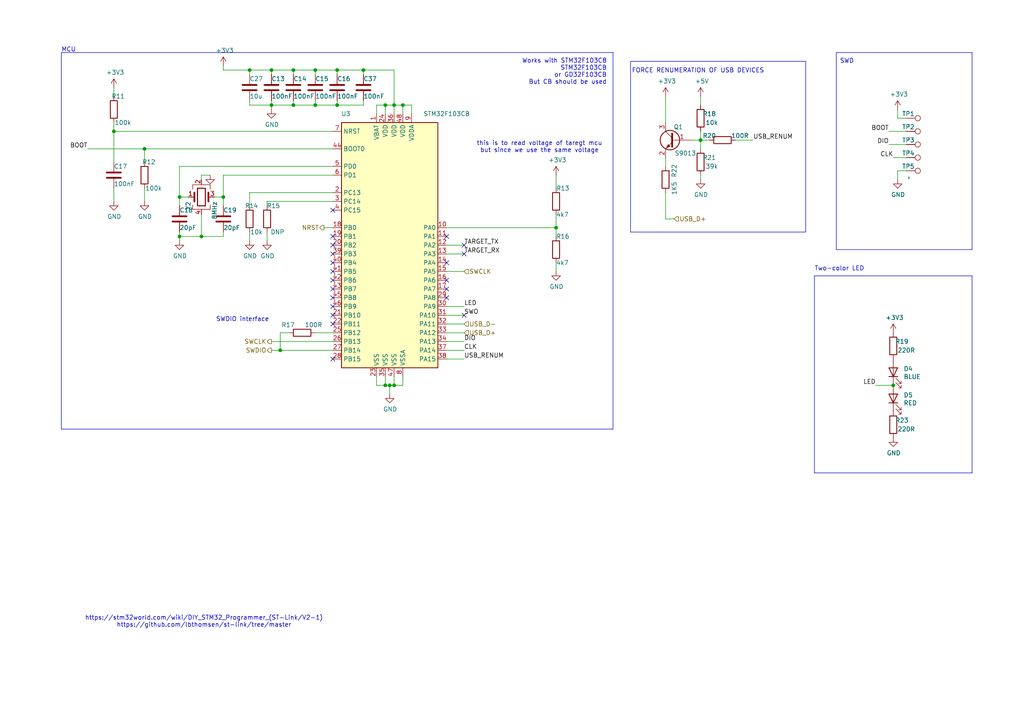
<source format=kicad_sch>
(kicad_sch (version 20231120) (generator "eeschema") (generator_version "8.0")
  (paper "A4")
  (title_block (title "STLNIK v2") (date "2025-01-10") (rev "1.0") (company "Patryk Dudziński"))
  (lib_symbols
    (symbol "Connector:TestPoint" (pin_numbers hide) (pin_names (offset 0.762) hide)
      (property "Reference" "TP" (at 0 6.858 0))
      (property "Value" "TestPoint" (at 0 5.08 0))
      (symbol "TestPoint_0_1"
        (circle (center 0 3.302) (radius 0.762))
      )
      (symbol "TestPoint_1_1"
        (pin passive line (at 0 0 90) (length 2.54) (name "1") (number "1"))
      )
    )
    (symbol "Device:C" (pin_numbers hide) (pin_names (offset 0.254))
      (property "Reference" "C" (at 0.635 2.54 0))
      (property "Value" "C" (at 0.635 -2.54 0))
      (symbol "C_0_1"
        (polyline (pts (xy -2.032 -0.762) (xy 2.032 -0.762)) (stroke (width 0.508)))
        (polyline (pts (xy -2.032 0.762) (xy 2.032 0.762)) (stroke (width 0.508)))
      )
      (symbol "C_1_1"
        (pin passive line (at 0 3.81 270) (length 2.794) (name "~") (number "1"))
        (pin passive line (at 0 -3.81 90) (length 2.794) (name "~") (number "2"))
      )
    )
    (symbol "Device:Crystal_GND24" (pin_names (offset 1.016) hide)
      (property "Reference" "Y" (at 3.175 5.08 0))
      (property "Value" "Crystal_GND24" (at 3.175 3.175 0))
      (symbol "Crystal_GND24_0_1"
        (rectangle (start -1.143 2.54) (end 1.143 -2.54) (stroke (width 0.3048)))
        (polyline (pts (xy -2.54 0) (xy -2.032 0)))
        (polyline (pts (xy -2.032 -1.27) (xy -2.032 1.27)) (stroke (width 0.508)))
        (polyline (pts (xy 0 -3.81) (xy 0 -3.556)))
        (polyline (pts (xy 0 3.556) (xy 0 3.81)))
        (polyline (pts (xy 2.032 -1.27) (xy 2.032 1.27)) (stroke (width 0.508)))
        (polyline (pts (xy 2.032 0) (xy 2.54 0)))
        (polyline (pts (xy -2.54 -2.286) (xy -2.54 -3.556) (xy 2.54 -3.556) (xy 2.54 -2.286)))
        (polyline (pts (xy -2.54 2.286) (xy -2.54 3.556) (xy 2.54 3.556) (xy 2.54 2.286)))
      )
      (symbol "Crystal_GND24_1_1"
        (pin passive line (at -3.81 0 0) (length 1.27) (name "1") (number "1"))
        (pin passive line (at 0 5.08 270) (length 1.27) (name "2") (number "2"))
        (pin passive line (at 3.81 0 180) (length 1.27) (name "3") (number "3"))
        (pin passive line (at 0 -5.08 90) (length 1.27) (name "4") (number "4"))
      )
    )
    (symbol "Device:LED" (pin_numbers hide) (pin_names (offset 1.016) hide)
      (property "Reference" "D" (at 0 2.54 0))
      (property "Value" "LED" (at 0 -2.54 0))
      (symbol "LED_0_1"
        (polyline (pts (xy -1.27 -1.27) (xy -1.27 1.27)) (stroke (width 0.254)))
        (polyline (pts (xy -1.27 0) (xy 1.27 0)))
        (polyline (pts (xy 1.27 -1.27) (xy 1.27 1.27) (xy -1.27 0) (xy 1.27 -1.27)) (stroke (width 0.254)))
        (polyline (pts (xy -3.048 -0.762) (xy -4.572 -2.286) (xy -3.81 -2.286) (xy -4.572 -2.286) (xy -4.572 -1.524)))
        (polyline (pts (xy -1.778 -0.762) (xy -3.302 -2.286) (xy -2.54 -2.286) (xy -3.302 -2.286) (xy -3.302 -1.524)))
      )
      (symbol "LED_1_1"
        (pin passive line (at -3.81 0 0) (length 2.54) (name "K") (number "1"))
        (pin passive line (at 3.81 0 180) (length 2.54) (name "A") (number "2"))
      )
    )
    (symbol "Device:Q_NPN_BEC" (pin_names (offset 0) hide)
      (property "Reference" "Q" (at 5.08 1.27 0))
      (property "Value" "Q_NPN_BEC" (at 5.08 -1.27 0))
      (symbol "Q_NPN_BEC_0_1"
        (polyline (pts (xy 0.635 0.635) (xy 2.54 2.54)))
        (polyline (pts (xy 0.635 -0.635) (xy 2.54 -2.54) (xy 2.54 -2.54)))
        (polyline (pts (xy 0.635 1.905) (xy 0.635 -1.905) (xy 0.635 -1.905)) (stroke (width 0.508)))
        (polyline (pts (xy 1.27 -1.778) (xy 1.778 -1.27) (xy 2.286 -2.286) (xy 1.27 -1.778) (xy 1.27 -1.778)) (fill (type outline)))
        (circle (center 1.27 0) (radius 2.8194) (stroke (width 0.254)))
      )
      (symbol "Q_NPN_BEC_1_1"
        (pin input line (at -5.08 0 0) (length 5.715) (name "B") (number "1"))
        (pin passive line (at 2.54 -5.08 90) (length 2.54) (name "E") (number "2"))
        (pin passive line (at 2.54 5.08 270) (length 2.54) (name "C") (number "3"))
      )
    )
    (symbol "Device:R" (pin_numbers hide) (pin_names (offset 0))
      (property "Reference" "R" (at 2.032 0 90))
      (property "Value" "R" (at 0 0 90))
      (symbol "R_0_1"
        (rectangle (start -1.016 -2.54) (end 1.016 2.54) (stroke (width 0.254)))
      )
      (symbol "R_1_1"
        (pin passive line (at 0 3.81 270) (length 1.27) (name "~") (number "1"))
        (pin passive line (at 0 -3.81 90) (length 1.27) (name "~") (number "2"))
      )
    )
    (symbol "MCU_ST_STM32F1:STM32F103C8Tx"
      (property "Reference" "U" (at -15.24 36.83 0))
      (property "Value" "STM32F103C8Tx" (at 7.62 36.83 0))
      (symbol "STM32F103C8Tx_0_1"
        (rectangle (start -15.24 -35.56) (end 12.7 35.56) (stroke (width 0.254)) (fill (type background)))
      )
      (symbol "STM32F103C8Tx_1_1"
        (pin power_in line (at -5.08 38.1 270) (length 2.54) (name "VBAT") (number "1"))
        (pin bidirectional line (at 15.24 5.08 180) (length 2.54) (name "PA0") (number "10"))
        (pin bidirectional line (at 15.24 2.54 180) (length 2.54) (name "PA1") (number "11"))
        (pin bidirectional line (at 15.24 0 180) (length 2.54) (name "PA2") (number "12"))
        (pin bidirectional line (at 15.24 -2.54 180) (length 2.54) (name "PA3") (number "13"))
        (pin bidirectional line (at 15.24 -5.08 180) (length 2.54) (name "PA4") (number "14"))
        (pin bidirectional line (at 15.24 -7.62 180) (length 2.54) (name "PA5") (number "15"))
        (pin bidirectional line (at 15.24 -10.16 180) (length 2.54) (name "PA6") (number "16"))
        (pin bidirectional line (at 15.24 -12.7 180) (length 2.54) (name "PA7") (number "17"))
        (pin bidirectional line (at -17.78 5.08 0) (length 2.54) (name "PB0") (number "18"))
        (pin bidirectional line (at -17.78 2.54 0) (length 2.54) (name "PB1") (number "19"))
        (pin bidirectional line (at -17.78 15.24 0) (length 2.54) (name "PC13") (number "2"))
        (pin bidirectional line (at -17.78 0 0) (length 2.54) (name "PB2") (number "20"))
        (pin bidirectional line (at -17.78 -20.32 0) (length 2.54) (name "PB10") (number "21"))
        (pin bidirectional line (at -17.78 -22.86 0) (length 2.54) (name "PB11") (number "22"))
        (pin power_in line (at -5.08 -38.1 90) (length 2.54) (name "VSS") (number "23"))
        (pin power_in line (at -2.54 38.1 270) (length 2.54) (name "VDD") (number "24"))
        (pin bidirectional line (at -17.78 -25.4 0) (length 2.54) (name "PB12") (number "25"))
        (pin bidirectional line (at -17.78 -27.94 0) (length 2.54) (name "PB13") (number "26"))
        (pin bidirectional line (at -17.78 -30.48 0) (length 2.54) (name "PB14") (number "27"))
        (pin bidirectional line (at -17.78 -33.02 0) (length 2.54) (name "PB15") (number "28"))
        (pin bidirectional line (at 15.24 -15.24 180) (length 2.54) (name "PA8") (number "29"))
        (pin bidirectional line (at -17.78 12.7 0) (length 2.54) (name "PC14") (number "3"))
        (pin bidirectional line (at 15.24 -17.78 180) (length 2.54) (name "PA9") (number "30"))
        (pin bidirectional line (at 15.24 -20.32 180) (length 2.54) (name "PA10") (number "31"))
        (pin bidirectional line (at 15.24 -22.86 180) (length 2.54) (name "PA11") (number "32"))
        (pin bidirectional line (at 15.24 -25.4 180) (length 2.54) (name "PA12") (number "33"))
        (pin bidirectional line (at 15.24 -27.94 180) (length 2.54) (name "PA13") (number "34"))
        (pin power_in line (at -2.54 -38.1 90) (length 2.54) (name "VSS") (number "35"))
        (pin power_in line (at 0 38.1 270) (length 2.54) (name "VDD") (number "36"))
        (pin bidirectional line (at 15.24 -30.48 180) (length 2.54) (name "PA14") (number "37"))
        (pin bidirectional line (at 15.24 -33.02 180) (length 2.54) (name "PA15") (number "38"))
        (pin bidirectional line (at -17.78 -2.54 0) (length 2.54) (name "PB3") (number "39"))
        (pin bidirectional line (at -17.78 10.16 0) (length 2.54) (name "PC15") (number "4"))
        (pin bidirectional line (at -17.78 -5.08 0) (length 2.54) (name "PB4") (number "40"))
        (pin bidirectional line (at -17.78 -7.62 0) (length 2.54) (name "PB5") (number "41"))
        (pin bidirectional line (at -17.78 -10.16 0) (length 2.54) (name "PB6") (number "42"))
        (pin bidirectional line (at -17.78 -12.7 0) (length 2.54) (name "PB7") (number "43"))
        (pin input line (at -17.78 27.94 0) (length 2.54) (name "BOOT0") (number "44"))
        (pin bidirectional line (at -17.78 -15.24 0) (length 2.54) (name "PB8") (number "45"))
        (pin bidirectional line (at -17.78 -17.78 0) (length 2.54) (name "PB9") (number "46"))
        (pin power_in line (at 0 -38.1 90) (length 2.54) (name "VSS") (number "47"))
        (pin power_in line (at 2.54 38.1 270) (length 2.54) (name "VDD") (number "48"))
        (pin input line (at -17.78 22.86 0) (length 2.54) (name "PD0") (number "5"))
        (pin input line (at -17.78 20.32 0) (length 2.54) (name "PD1") (number "6"))
        (pin input line (at -17.78 33.02 0) (length 2.54) (name "NRST") (number "7"))
        (pin power_in line (at 2.54 -38.1 90) (length 2.54) (name "VSSA") (number "8"))
        (pin power_in line (at 5.08 38.1 270) (length 2.54) (name "VDDA") (number "9"))
      )
    )
    (symbol "power:+3V3" (power) (pin_names (offset 0))
      (property "Value" "+3V3" (at 0 3.556 0))
      (symbol "+3V3_0_1"
        (polyline (pts (xy -0.762 1.27) (xy 0 2.54)))
        (polyline (pts (xy 0 0) (xy 0 2.54)))
        (polyline (pts (xy 0 2.54) (xy 0.762 1.27)))
      )
      (symbol "+3V3_1_1"
        (pin power_in line (at 0 0 90) (length 0) hide (name "+3V3") (number "1"))
      )
    )
    (symbol "power:+5V" (power) (pin_numbers hide) (pin_names (offset 0) hide)
      (property "Value" "+5V" (at 0 3.556 0))
      (symbol "+5V_0_1"
        (polyline (pts (xy -0.762 1.27) (xy 0 2.54)))
        (polyline (pts (xy 0 0) (xy 0 2.54)))
        (polyline (pts (xy 0 2.54) (xy 0.762 1.27)))
      )
      (symbol "+5V_1_1"
        (pin power_in line (at 0 0 90) (length 0) (name "~") (number "1"))
      )
    )
    (symbol "power:GND" (power) (pin_names (offset 0))
      (property "Value" "GND" (at 0 -3.81 0))
      (symbol "GND_0_1"
        (polyline (pts (xy 0 0) (xy 0 -1.27) (xy 1.27 -1.27) (xy 0 -2.54) (xy -1.27 -1.27) (xy 0 -1.27)))
      )
      (symbol "GND_1_1"
        (pin power_in line (at 0 0 270) (length 0) hide (name "GND") (number "1"))
      )
    )
  )
  (junction (at 33.02 38.1))
  (junction (at 105.41 20.32))
  (junction (at 97.79 20.32))
  (junction (at 41.91 43.18))
  (junction (at 116.84 30.48))
  (junction (at 91.44 30.48))
  (junction (at 91.44 20.32))
  (junction (at 52.07 57.15))
  (junction (at 52.07 68.58))
  (junction (at 78.74 20.32))
  (junction (at 203.2 40.64))
  (junction (at 113.03 111.76))
  (junction (at 64.77 57.15))
  (junction (at 259.08 111.76))
  (junction (at 78.74 30.48))
  (junction (at 111.76 111.76))
  (junction (at 97.79 30.48))
  (junction (at 114.3 30.48))
  (junction (at 111.76 30.48))
  (junction (at 85.09 30.48))
  (junction (at 85.09 20.32))
  (junction (at 81.28 101.6))
  (junction (at 58.42 68.58))
  (junction (at 161.29 66.04))
  (junction (at 72.39 20.32))
  (junction (at 114.3 111.76))
  (no_connect (at 96.52 76.2))
  (no_connect (at 96.52 83.82))
  (no_connect (at 96.52 91.44))
  (no_connect (at 129.54 86.36))
  (no_connect (at 96.52 60.96))
  (no_connect (at 134.62 71.12))
  (no_connect (at 96.52 81.28))
  (no_connect (at 134.62 91.44))
  (no_connect (at 129.54 83.82))
  (no_connect (at 129.54 76.2))
  (no_connect (at 96.52 78.74))
  (no_connect (at 96.52 104.14))
  (no_connect (at 96.52 71.12))
  (no_connect (at 129.54 81.28))
  (no_connect (at 129.54 68.58))
  (no_connect (at 96.52 93.98))
  (no_connect (at 134.62 73.66))
  (no_connect (at 96.52 88.9))
  (no_connect (at 96.52 86.36))
  (no_connect (at 96.52 68.58))
  (no_connect (at 96.52 73.66))
  (wire (pts (xy 105.41 29.21) (xy 105.41 30.48)))
  (wire (pts (xy 111.76 30.48) (xy 114.3 30.48)))
  (polyline (pts (xy 281.94 80.01) (xy 281.94 137.16)))
  (wire (pts (xy 64.77 50.8) (xy 64.77 57.15)))
  (wire (pts (xy 77.47 58.42) (xy 77.47 59.69)))
  (wire (pts (xy 116.84 30.48) (xy 119.38 30.48)))
  (wire (pts (xy 85.09 29.21) (xy 85.09 30.48)))
  (wire (pts (xy 116.84 33.02) (xy 116.84 30.48)))
  (wire (pts (xy 96.52 38.1) (xy 33.02 38.1)))
  (wire (pts (xy 91.44 30.48) (xy 85.09 30.48)))
  (wire (pts (xy 129.54 91.44) (xy 134.62 91.44)))
  (polyline (pts (xy 17.78 15.24) (xy 177.8 15.24)))
  (wire (pts (xy 72.39 55.88) (xy 72.39 59.69)))
  (wire (pts (xy 129.54 66.04) (xy 161.29 66.04)))
  (wire (pts (xy 78.74 29.21) (xy 78.74 30.48)))
  (polyline (pts (xy 242.57 15.24) (xy 281.94 15.24)))
  (wire (pts (xy 52.07 67.31) (xy 52.07 68.58)))
  (wire (pts (xy 203.2 27.94) (xy 203.2 30.48)))
  (wire (pts (xy 114.3 30.48) (xy 116.84 30.48)))
  (wire (pts (xy 111.76 111.76) (xy 113.03 111.76)))
  (wire (pts (xy 81.28 96.52) (xy 81.28 101.6)))
  (wire (pts (xy 97.79 29.21) (xy 97.79 30.48)))
  (wire (pts (xy 134.62 99.06) (xy 129.54 99.06)))
  (wire (pts (xy 203.2 40.64) (xy 200.66 40.64)))
  (wire (pts (xy 205.74 40.64) (xy 203.2 40.64)))
  (wire (pts (xy 113.03 111.76) (xy 114.3 111.76)))
  (wire (pts (xy 109.22 109.22) (xy 109.22 111.76)))
  (wire (pts (xy 260.35 34.29) (xy 262.89 34.29)))
  (polyline (pts (xy 177.8 15.24) (xy 177.8 124.46)))
  (wire (pts (xy 72.39 55.88) (xy 96.52 55.88)))
  (wire (pts (xy 78.74 21.59) (xy 78.74 20.32)))
  (wire (pts (xy 58.42 50.8) (xy 58.42 52.07)))
  (wire (pts (xy 54.61 57.15) (xy 52.07 57.15)))
  (wire (pts (xy 114.3 20.32) (xy 114.3 30.48)))
  (polyline (pts (xy 177.8 124.46) (xy 17.78 124.46)))
  (wire (pts (xy 259.08 45.72) (xy 262.89 45.72)))
  (wire (pts (xy 134.62 88.9) (xy 129.54 88.9)))
  (wire (pts (xy 129.54 78.74) (xy 134.62 78.74)))
  (wire (pts (xy 33.02 25.4) (xy 33.02 27.94)))
  (wire (pts (xy 114.3 33.02) (xy 114.3 30.48)))
  (wire (pts (xy 64.77 67.31) (xy 64.77 68.58)))
  (wire (pts (xy 97.79 20.32) (xy 105.41 20.32)))
  (wire (pts (xy 218.44 40.64) (xy 213.36 40.64)))
  (polyline (pts (xy 281.94 137.16) (xy 236.22 137.16)))
  (wire (pts (xy 161.29 54.61) (xy 161.29 50.8)))
  (wire (pts (xy 97.79 21.59) (xy 97.79 20.32)))
  (wire (pts (xy 52.07 57.15) (xy 52.07 59.69)))
  (wire (pts (xy 58.42 62.23) (xy 58.42 68.58)))
  (polyline (pts (xy 281.94 15.24) (xy 281.94 72.39)))
  (wire (pts (xy 85.09 20.32) (xy 78.74 20.32)))
  (wire (pts (xy 203.2 43.18) (xy 203.2 40.64)))
  (wire (pts (xy 116.84 111.76) (xy 116.84 109.22)))
  (wire (pts (xy 134.62 93.98) (xy 129.54 93.98)))
  (wire (pts (xy 83.82 96.52) (xy 81.28 96.52)))
  (wire (pts (xy 93.98 66.04) (xy 96.52 66.04)))
  (wire (pts (xy 91.44 21.59) (xy 91.44 20.32)))
  (wire (pts (xy 193.04 45.72) (xy 193.04 48.26)))
  (polyline (pts (xy 17.78 124.46) (xy 17.78 15.24)))
  (wire (pts (xy 109.22 111.76) (xy 111.76 111.76)))
  (wire (pts (xy 114.3 109.22) (xy 114.3 111.76)))
  (wire (pts (xy 257.81 41.91) (xy 262.89 41.91)))
  (wire (pts (xy 114.3 111.76) (xy 116.84 111.76)))
  (wire (pts (xy 72.39 20.32) (xy 78.74 20.32)))
  (wire (pts (xy 33.02 38.1) (xy 33.02 46.99)))
  (wire (pts (xy 161.29 66.04) (xy 161.29 68.58)))
  (wire (pts (xy 72.39 30.48) (xy 78.74 30.48)))
  (wire (pts (xy 203.2 50.8) (xy 203.2 52.07)))
  (wire (pts (xy 41.91 43.18) (xy 25.4 43.18)))
  (wire (pts (xy 96.52 58.42) (xy 77.47 58.42)))
  (wire (pts (xy 97.79 30.48) (xy 91.44 30.48)))
  (wire (pts (xy 97.79 20.32) (xy 91.44 20.32)))
  (wire (pts (xy 58.42 68.58) (xy 52.07 68.58)))
  (polyline (pts (xy 281.94 72.39) (xy 242.57 72.39)))
  (wire (pts (xy 91.44 29.21) (xy 91.44 30.48)))
  (wire (pts (xy 105.41 20.32) (xy 114.3 20.32)))
  (wire (pts (xy 161.29 76.2) (xy 161.29 78.74)))
  (wire (pts (xy 33.02 38.1) (xy 33.02 35.56)))
  (wire (pts (xy 77.47 67.31) (xy 77.47 69.85)))
  (wire (pts (xy 41.91 58.42) (xy 41.91 54.61)))
  (wire (pts (xy 109.22 30.48) (xy 111.76 30.48)))
  (wire (pts (xy 72.39 29.21) (xy 72.39 30.48)))
  (wire (pts (xy 33.02 58.42) (xy 33.02 54.61)))
  (wire (pts (xy 72.39 67.31) (xy 72.39 69.85)))
  (wire (pts (xy 64.77 68.58) (xy 58.42 68.58)))
  (wire (pts (xy 52.07 48.26) (xy 52.07 57.15)))
  (wire (pts (xy 193.04 63.5) (xy 195.58 63.5)))
  (wire (pts (xy 64.77 57.15) (xy 64.77 59.69)))
  (polyline (pts (xy 236.22 137.16) (xy 236.22 80.01)))
  (polyline (pts (xy 236.22 80.01) (xy 281.94 80.01)))
  (wire (pts (xy 109.22 33.02) (xy 109.22 30.48)))
  (wire (pts (xy 119.38 30.48) (xy 119.38 33.02)))
  (wire (pts (xy 113.03 111.76) (xy 113.03 114.3)))
  (wire (pts (xy 62.23 57.15) (xy 64.77 57.15)))
  (wire (pts (xy 111.76 33.02) (xy 111.76 30.48)))
  (wire (pts (xy 52.07 68.58) (xy 52.07 69.85)))
  (wire (pts (xy 85.09 30.48) (xy 78.74 30.48)))
  (wire (pts (xy 129.54 96.52) (xy 134.62 96.52)))
  (polyline (pts (xy 242.57 72.39) (xy 242.57 15.24)))
  (wire (pts (xy 257.81 38.1) (xy 262.89 38.1)))
  (wire (pts (xy 96.52 48.26) (xy 52.07 48.26)))
  (wire (pts (xy 60.96 50.8) (xy 58.42 50.8)))
  (wire (pts (xy 64.77 20.32) (xy 72.39 20.32)))
  (wire (pts (xy 260.35 49.53) (xy 260.35 52.07)))
  (wire (pts (xy 91.44 20.32) (xy 85.09 20.32)))
  (wire (pts (xy 96.52 99.06) (xy 78.74 99.06)))
  (wire (pts (xy 203.2 38.1) (xy 203.2 40.64)))
  (wire (pts (xy 41.91 43.18) (xy 96.52 43.18)))
  (wire (pts (xy 72.39 20.32) (xy 72.39 21.59)))
  (wire (pts (xy 193.04 27.94) (xy 193.04 35.56)))
  (wire (pts (xy 64.77 20.32) (xy 64.77 19.05)))
  (wire (pts (xy 111.76 109.22) (xy 111.76 111.76)))
  (wire (pts (xy 134.62 104.14) (xy 129.54 104.14)))
  (wire (pts (xy 262.89 49.53) (xy 260.35 49.53)))
  (wire (pts (xy 96.52 101.6) (xy 81.28 101.6)))
  (wire (pts (xy 96.52 50.8) (xy 64.77 50.8)))
  (wire (pts (xy 161.29 66.04) (xy 161.29 62.23)))
  (wire (pts (xy 134.62 71.12) (xy 129.54 71.12)))
  (wire (pts (xy 193.04 55.88) (xy 193.04 63.5)))
  (wire (pts (xy 78.74 30.48) (xy 78.74 31.75)))
  (wire (pts (xy 41.91 46.99) (xy 41.91 43.18)))
  (wire (pts (xy 85.09 21.59) (xy 85.09 20.32)))
  (wire (pts (xy 97.79 30.48) (xy 105.41 30.48)))
  (wire (pts (xy 260.35 31.75) (xy 260.35 34.29)))
  (wire (pts (xy 81.28 101.6) (xy 78.74 101.6)))
  (wire (pts (xy 259.08 111.76) (xy 254 111.76)))
  (wire (pts (xy 134.62 101.6) (xy 129.54 101.6)))
  (wire (pts (xy 105.41 20.32) (xy 105.41 21.59)))
  (wire (pts (xy 129.54 73.66) (xy 134.62 73.66)))
  (wire (pts (xy 96.52 96.52) (xy 91.44 96.52)))
  (rectangle (start 182.88 17.78) (end 233.68 67.31))
  (text "this is to read voltage of taregt mcu\nbut since we use the same voltage" (at 156.464 42.672 0) (effects (font (size 1.27 1.27))))
  (text "https://stm32world.com/wiki/DIY_STM32_Programmer_(ST-Link/V2-1)\nhttps://github.com/lbthomsen/st-link/tree/master" (at 59.182 180.34 0) (effects (font (size 1.27 1.27))))
  (text "SWDIO interface" (at 70.358 92.71 0) (effects (font (size 1.27 1.27))))
  (text "Works with STM32F103C8\nSTM32F103CB\nor GD32F103CB\nBut CB should be used" (at 176.022 17.018 0) (effects (font (size 1.27 1.27)) (justify right top)))
  (text "FORCE RENUMERATION OF USB DEVICES" (at 202.438 20.574 0) (effects (font (size 1.27 1.27))))
  (text "MCU" (at 17.78 15.24 0) (effects (font (size 1.27 1.27)) (justify left bottom)))
  (text "Two-color LED" (at 236.22 78.74 0) (effects (font (size 1.27 1.27)) (justify left bottom)))
  (text "SWD\n" (at 243.586 18.542 0) (effects (font (size 1.27 1.27)) (justify left bottom)))
  (label "TARGET_TX" (at 134.62 71.12 0))
  (label "LED" (at 254 111.76 180))
  (label "LED" (at 134.62 88.9 0))
  (label "CLK" (at 259.08 45.72 180))
  (label "CLK" (at 134.62 101.6 0))
  (label "USB_RENUM" (at 218.44 40.64 0))
  (label "DIO" (at 134.62 99.06 0))
  (label "BOOT" (at 25.4 43.18 180))
  (label "DIO" (at 257.81 41.91 180))
  (label "BOOT" (at 257.81 38.1 180))
  (label "USB_RENUM" (at 134.62 104.14 0))
  (label "SWO" (at 134.62 91.44 0))
  (label "TARGET_RX" (at 134.62 73.66 0))
  (hierarchical_label "SWDIO" (shape output) (at 78.74 101.6 180))
  (hierarchical_label "USB_D+" (shape input) (at 134.62 96.52 0))
  (hierarchical_label "SWCLK" (shape input) (at 134.62 78.74 0))
  (hierarchical_label "NRST" (shape output) (at 93.98 66.04 180))
  (hierarchical_label "USB_D-" (shape input) (at 134.62 93.98 0))
  (hierarchical_label "SWCLK" (shape output) (at 78.74 99.06 180))
  (hierarchical_label "USB_D+" (shape input) (at 195.58 63.5 0))
  (symbol (lib_id "power:GND") (at 77.47 69.85 0) (unit 1)
    (property "Reference" "#PWR035" (effects (hide yes)))
    (property "Value" "GND" (at 77.597 74.2442 0))
  )
  (symbol (lib_id "power:+3V3") (at 259.08 96.52 0) (unit 1)
    (property "Reference" "#PWR039" (effects (hide yes)))
    (property "Value" "+3V3" (at 259.461 92.1258 0))
  )
  (symbol (lib_id "power:GND") (at 78.74 31.75 0) (unit 1)
    (property "Reference" "#PWR027" (effects (hide yes)))
    (property "Value" "GND" (at 78.867 36.1442 0))
  )
  (symbol (lib_id "Device:R") (at 77.47 63.5 180) (unit 1)
    (property "Reference" "R15" (at 81.28 59.69 0) (effects (justify left)))
    (property "Value" "DNP" (at 82.55 67.31 0) (effects (justify left)))
    (property "Footprint" "Resistor_SMD:R_0402_1005Metric" (effects (hide yes)))
    (property "LCSC" "xxC25744" (effects (hide yes)))
  )
  (symbol (lib_id "power:+3V3") (at 260.35 31.75 0) (unit 1)
    (property "Reference" "#PWR025" (effects (hide yes)))
    (property "Value" "+3V3" (at 260.731 27.3558 0))
  )
  (symbol (lib_id "Device:C") (at 78.74 25.4 0) (unit 1)
    (property "Reference" "C13" (at 78.74 22.86 0) (effects (justify left)))
    (property "Value" "100nF" (at 78.74 27.94 0) (effects (justify left)))
    (property "Footprint" "Capacitor_SMD:C_0402_1005Metric" (effects (hide yes)))
    (property "LCSC" "C1525" (effects (hide yes)))
  )
  (symbol (lib_id "power:GND") (at 113.03 114.3 0) (unit 1)
    (property "Reference" "#PWR040" (effects (hide yes)))
    (property "Value" "GND" (at 113.157 118.6942 0))
  )
  (symbol (lib_id "Device:R") (at 72.39 63.5 180) (unit 1)
    (property "Reference" "R14" (at 74.93 59.69 0) (effects (justify left)))
    (property "Value" "10k" (at 76.2 67.31 0) (effects (justify left)))
    (property "Footprint" "Resistor_SMD:R_0402_1005Metric" (effects (hide yes)))
    (property "LCSC" "C25744" (effects (hide yes)))
  )
  (symbol (lib_id "Device:R") (at 193.04 52.07 180) (unit 1)
    (property "Reference" "R22" (at 195.58 49.53 90))
    (property "Value" "1K5" (at 195.58 54.61 90))
    (property "Footprint" "Resistor_SMD:R_0402_1005Metric" (effects (hide yes)))
    (property "LCSC" "C25867" (effects (hide yes)))
  )
  (symbol (lib_id "power:+3V3") (at 193.04 27.94 0) (unit 1)
    (property "Reference" "#PWR037" (effects (hide yes)))
    (property "Value" "+3V3" (at 193.421 23.5458 0))
  )
  (symbol (lib_id "Device:C") (at 64.77 63.5 0) (unit 1)
    (property "Reference" "C19" (at 64.77 60.96 0) (effects (justify left)))
    (property "Value" "20pF" (at 64.77 66.04 0) (effects (justify left)))
    (property "Footprint" "Capacitor_SMD:C_0402_1005Metric" (effects (hide yes)))
    (property "LCSC" "C1554" (effects (hide yes)))
  )
  (symbol (lib_id "Device:R") (at 87.63 96.52 270) (unit 1)
    (property "Reference" "R17" (at 83.566 94.234 90))
    (property "Value" "100R" (at 90.932 94.234 90))
    (property "Footprint" "Resistor_SMD:R_0603_1608Metric" (effects (hide yes)))
    (property "LCSC" "C25076" (effects (hide yes)))
  )
  (symbol (lib_id "Device:C") (at 105.41 25.4 0) (unit 1)
    (property "Reference" "C37" (at 105.41 22.86 0) (effects (justify left)))
    (property "Value" "100nF" (at 105.41 27.94 0) (effects (justify left)))
    (property "Footprint" "Capacitor_SMD:C_0402_1005Metric" (effects (hide yes)))
    (property "LCSC" "C1525" (effects (hide yes)))
  )
  (symbol (lib_id "Device:R") (at 209.55 40.64 270) (unit 1)
    (property "Reference" "R20" (at 205.74 39.37 90))
    (property "Value" "100R" (at 214.63 39.37 90))
    (property "Footprint" "Resistor_SMD:R_0402_1005Metric" (effects (hide yes)))
    (property "LCSC" "C25076" (effects (hide yes)))
  )
  (symbol (lib_id "Device:R") (at 259.08 100.33 180) (unit 1)
    (property "Reference" "R19" (at 261.62 99.06 0))
    (property "Value" "220R" (at 265.43 101.6 0) (effects (justify left)))
    (property "Footprint" "Resistor_SMD:R_0402_1005Metric" (effects (hide yes)))
    (property "LCSC" "C25091" (effects (hide yes)))
  )
  (symbol (lib_id "Device:C") (at 85.09 25.4 0) (unit 1)
    (property "Reference" "C14" (at 85.09 22.86 0) (effects (justify left)))
    (property "Value" "100nF" (at 85.09 27.94 0) (effects (justify left)))
    (property "Footprint" "Capacitor_SMD:C_0402_1005Metric" (effects (hide yes)))
    (property "LCSC" "C1525" (effects (hide yes)))
  )
  (symbol (lib_id "Device:R") (at 41.91 50.8 180) (unit 1)
    (property "Reference" "R12" (at 43.18 46.99 0))
    (property "Value" "100k" (at 46.99 54.61 0) (effects (justify left)))
    (property "Footprint" "Resistor_SMD:R_0402_1005Metric" (effects (hide yes)))
    (property "LCSC" "C25741" (effects (hide yes)))
  )
  (symbol (lib_id "Device:Crystal_GND24") (at 58.42 57.15 0) (unit 1)
    (property "Reference" "Y2" (at 54.61 58.42 90) (effects (justify right)))
    (property "Value" "8MHz" (at 62.23 58.42 90) (effects (justify right)))
    (property "Footprint" "Crystal:Crystal_SMD_3225-4Pin_3.2x2.5mm" (effects (hide yes)))
  )
  (symbol (lib_id "power:GND") (at 161.29 78.74 0) (unit 1)
    (property "Reference" "#PWR036" (effects (hide yes)))
    (property "Value" "GND" (at 161.417 83.1342 0))
  )
  (symbol (lib_id "Device:R") (at 203.2 34.29 180) (unit 1)
    (property "Reference" "R18" (at 205.74 33.02 0))
    (property "Value" "10k" (at 208.28 35.56 0) (effects (justify left)))
    (property "Footprint" "Resistor_SMD:R_0402_1005Metric" (effects (hide yes)))
    (property "LCSC" "C25744" (effects (hide yes)))
  )
  (symbol (lib_id "Device:C") (at 52.07 63.5 0) (unit 1)
    (property "Reference" "C18" (at 52.07 60.96 0) (effects (justify left)))
    (property "Value" "20pF" (at 52.07 66.04 0) (effects (justify left)))
    (property "Footprint" "Capacitor_SMD:C_0402_1005Metric" (effects (hide yes)))
    (property "LCSC" "C1554" (effects (hide yes)))
  )
  (symbol (lib_id "Connector:TestPoint") (at 262.89 34.29 270) (unit 1)
    (property "Reference" "TP1" (at 261.62 33.02 90) (effects (justify left)))
    (property "Value" "~" (at 263.5758 35.7632 0) (effects (justify left)))
    (property "Footprint" "TestPoint:TestPoint_Pad_1.0x1.0mm" (effects (hide yes)))
  )
  (symbol (lib_id "power:+3V3") (at 33.02 25.4 0) (unit 1)
    (property "Reference" "#PWR023" (effects (hide yes)))
    (property "Value" "+3V3" (at 33.401 21.0058 0))
  )
  (symbol (lib_id "power:GND") (at 72.39 69.85 0) (unit 1)
    (property "Reference" "#PWR034" (effects (hide yes)))
    (property "Value" "GND" (at 72.517 74.2442 0))
  )
  (symbol (lib_id "Device:LED") (at 259.08 107.95 90) (unit 1)
    (property "Reference" "D4" (at 262.0772 106.9594 90) (effects (justify right)))
    (property "Value" "BLUE" (at 262.0772 109.2708 90) (effects (justify right)))
    (property "Footprint" "LED_SMD:LED_0603_1608Metric" (effects (hide yes)))
    (property "LCSC" "C72041" (effects (hide yes)))
  )
  (symbol (lib_id "Device:C") (at 91.44 25.4 0) (unit 1)
    (property "Reference" "C15" (at 91.44 22.86 0) (effects (justify left)))
    (property "Value" "100nF" (at 91.44 27.94 0) (effects (justify left)))
    (property "Footprint" "Capacitor_SMD:C_0402_1005Metric" (effects (hide yes)))
    (property "LCSC" "C1525" (effects (hide yes)))
  )
  (symbol (lib_id "power:GND") (at 259.08 127 0) (unit 1)
    (property "Reference" "#PWR042" (effects (hide yes)))
    (property "Value" "GND" (at 259.207 131.3942 0))
  )
  (symbol (lib_id "Connector:TestPoint") (at 262.89 45.72 270) (unit 1)
    (property "Reference" "TP4" (at 261.62 44.45 90) (effects (justify left)))
    (property "Value" "~" (at 263.5758 47.1932 0) (effects (justify left)))
    (property "Footprint" "TestPoint:TestPoint_Pad_1.0x1.0mm" (effects (hide yes)))
  )
  (symbol (lib_id "Device:C") (at 97.79 25.4 0) (unit 1)
    (property "Reference" "C16" (at 97.79 22.86 0) (effects (justify left)))
    (property "Value" "100nF" (at 97.79 27.94 0) (effects (justify left)))
    (property "Footprint" "Capacitor_SMD:C_0402_1005Metric" (effects (hide yes)))
    (property "LCSC" "C1525" (effects (hide yes)))
  )
  (symbol (lib_id "power:GND") (at 260.35 52.07 0) (unit 1)
    (property "Reference" "#PWR030" (effects (hide yes)))
    (property "Value" "GND" (at 260.477 56.4642 0))
  )
  (symbol (lib_id "power:+3V3") (at 161.29 50.8 0) (unit 1)
    (property "Reference" "#PWR029" (effects (hide yes)))
    (property "Value" "+3V3" (at 161.671 46.4058 0))
  )
  (symbol (lib_id "Device:R") (at 203.2 46.99 180) (unit 1)
    (property "Reference" "R21" (at 205.74 45.72 0))
    (property "Value" "39k" (at 208.28 48.26 0) (effects (justify left)))
    (property "Footprint" "Resistor_SMD:R_0402_1005Metric" (effects (hide yes)))
    (property "LCSC" "C25783" (effects (hide yes)))
  )
  (symbol (lib_id "Connector:TestPoint") (at 262.89 49.53 270) (unit 1)
    (property "Reference" "TP5" (at 261.62 48.26 90) (effects (justify left)))
    (property "Value" "~" (at 263.5758 51.0032 0) (effects (justify left)))
    (property "Footprint" "TestPoint:TestPoint_Pad_1.0x1.0mm" (effects (hide yes)))
  )
  (symbol (lib_id "Device:LED") (at 259.08 115.57 90) (unit 1)
    (property "Reference" "D5" (at 262.0772 114.5794 90) (effects (justify right)))
    (property "Value" "RED" (at 262.0772 116.8908 90) (effects (justify right)))
    (property "Footprint" "LED_SMD:LED_0603_1608Metric" (effects (hide yes)))
    (property "LCSC" "C2286" (effects (hide yes)))
  )
  (symbol (lib_id "power:GND") (at 33.02 58.42 0) (unit 1)
    (property "Reference" "#PWR031" (effects (hide yes)))
    (property "Value" "GND" (at 33.147 62.8142 0))
  )
  (symbol (lib_id "Device:C") (at 33.02 50.8 0) (unit 1)
    (property "Reference" "C17" (at 33.02 48.26 0) (effects (justify left)))
    (property "Value" "100nF" (at 33.02 53.34 0) (effects (justify left)))
    (property "Footprint" "Capacitor_SMD:C_0402_1005Metric" (effects (hide yes)))
    (property "LCSC" "C1525" (effects (hide yes)))
  )
  (symbol (lib_id "Device:R") (at 33.02 31.75 180) (unit 1)
    (property "Reference" "R11" (at 34.29 27.94 0))
    (property "Value" "100k" (at 38.1 35.56 0) (effects (justify left)))
    (property "Footprint" "Resistor_SMD:R_0402_1005Metric" (effects (hide yes)))
    (property "LCSC" "C25741" (effects (hide yes)))
  )
  (symbol (lib_id "power:+3V3") (at 64.77 19.05 0) (unit 1)
    (property "Reference" "#PWR026" (effects (hide yes)))
    (property "Value" "+3V3" (at 65.151 14.6558 0))
  )
  (symbol (lib_id "Device:R") (at 161.29 72.39 180) (unit 1)
    (property "Reference" "R16" (at 161.29 68.58 0) (effects (justify right)))
    (property "Value" "4k7" (at 161.29 76.2 0) (effects (justify right)))
    (property "Footprint" "Resistor_SMD:R_0402_1005Metric" (effects (hide yes)))
    (property "LCSC" "C25900" (effects (hide yes)))
  )
  (symbol (lib_id "MCU_ST_STM32F1:STM32F103C8Tx") (at 114.3 71.12 0) (unit 1)
    (property "Reference" "U3" (at 100.33 33.02 0))
    (property "Value" "STM32F103CB" (at 129.54 33.02 0))
    (property "Footprint" "Package_QFP:LQFP-48_7x7mm_P0.5mm" (effects (hide yes)))
    (property "Datasheet" "http://www.st.com/st-web-ui/static/active/en/resource/technical/document/datasheet/CD00161566.pdf" (effects (hide yes)))
    (property "LCSC" "C8304" (effects (hide yes)))
  )
  (symbol (lib_id "Device:R") (at 259.08 123.19 180) (unit 1)
    (property "Reference" "R23" (at 261.62 121.92 0))
    (property "Value" "220R" (at 265.43 124.46 0) (effects (justify left)))
    (property "Footprint" "Resistor_SMD:R_0402_1005Metric" (effects (hide yes)))
    (property "LCSC" "C25091" (effects (hide yes)))
  )
  (symbol (lib_id "power:GND") (at 60.96 50.8 0) (unit 1)
    (property "Reference" "#PWR028" (effects (hide yes)))
    (property "Value" "GND" (effects (hide yes)))
  )
  (symbol (lib_id "power:+5V") (at 203.2 27.94 0) (unit 1)
    (property "Reference" "#PWR038" (effects (hide yes)))
    (property "Value" "+5V" (at 203.581 23.5458 0))
  )
  (symbol (lib_id "Device:Q_NPN_BEC") (at 195.58 40.64 0) (mirror y) (unit 1)
    (property "Reference" "Q1" (at 198.12 36.83 0) (effects (justify left)))
    (property "Value" "S9013" (at 201.93 44.45 0) (effects (justify left)))
    (property "Footprint" "Package_TO_SOT_SMD:SOT-23" (effects (hide yes)))
    (property "Datasheet" "https://datasheet.lcsc.com/lcsc/1810051504_Changjiang-Electronics-Tech-CJ-S9013_C6749.pdf" (effects (hide yes)))
    (property "LCSC" "C6749" (effects (hide yes)))
  )
  (symbol (lib_id "Connector:TestPoint") (at 262.89 38.1 270) (unit 1)
    (property "Reference" "TP2" (at 261.62 36.83 90) (effects (justify left)))
    (property "Value" "~" (at 263.5758 39.5732 0) (effects (justify left)))
    (property "Footprint" "TestPoint:TestPoint_Pad_1.0x1.0mm" (effects (hide yes)))
  )
  (symbol (lib_id "Device:R") (at 161.29 58.42 180) (unit 1)
    (property "Reference" "R13" (at 161.29 54.61 0) (effects (justify right)))
    (property "Value" "4k7" (at 161.29 62.23 0) (effects (justify right)))
    (property "Footprint" "Resistor_SMD:R_0402_1005Metric" (effects (hide yes)))
    (property "LCSC" "C25900" (effects (hide yes)))
  )
  (symbol (lib_id "Device:C") (at 72.39 25.4 0) (unit 1)
    (property "Reference" "C27" (at 72.39 22.86 0) (effects (justify left)))
    (property "Value" "10u" (at 72.39 27.94 0) (effects (justify left)))
    (property "Footprint" "Capacitor_SMD:C_0805_2012Metric" (effects (hide yes)))
  )
  (symbol (lib_id "power:GND") (at 41.91 58.42 0) (unit 1)
    (property "Reference" "#PWR032" (effects (hide yes)))
    (property "Value" "GND" (at 42.037 62.8142 0))
  )
  (symbol (lib_id "power:GND") (at 52.07 69.85 0) (unit 1)
    (property "Reference" "#PWR033" (effects (hide yes)))
    (property "Value" "GND" (at 52.197 74.2442 0))
  )
  (symbol (lib_id "power:GND") (at 203.2 52.07 0) (unit 1)
    (property "Reference" "#PWR041" (effects (hide yes)))
    (property "Value" "GND" (at 203.327 56.4642 0))
  )
  (symbol (lib_id "Connector:TestPoint") (at 262.89 41.91 270) (unit 1)
    (property "Reference" "TP3" (at 261.62 40.64 90) (effects (justify left)))
    (property "Value" "~" (at 263.5758 43.3832 0) (effects (justify left)))
    (property "Footprint" "TestPoint:TestPoint_Pad_1.0x1.0mm" (effects (hide yes)))
  )
)
</source>
